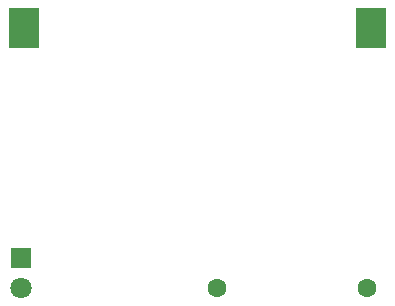
<source format=gbr>
%TF.GenerationSoftware,KiCad,Pcbnew,9.0.3*%
%TF.CreationDate,2025-09-02T22:18:53+02:00*%
%TF.ProjectId,digital_organ,64696769-7461-46c5-9f6f-7267616e2e6b,0*%
%TF.SameCoordinates,Original*%
%TF.FileFunction,Soldermask,Bot*%
%TF.FilePolarity,Negative*%
%FSLAX46Y46*%
G04 Gerber Fmt 4.6, Leading zero omitted, Abs format (unit mm)*
G04 Created by KiCad (PCBNEW 9.0.3) date 2025-09-02 22:18:53*
%MOMM*%
%LPD*%
G01*
G04 APERTURE LIST*
%ADD10C,1.600000*%
%ADD11R,1.800000X1.800000*%
%ADD12C,1.800000*%
%ADD13R,2.540000X3.510000*%
G04 APERTURE END LIST*
D10*
%TO.C,R1*%
X171350000Y-109000000D03*
X158650000Y-109000000D03*
%TD*%
D11*
%TO.C,D1*%
X142000000Y-106460000D03*
D12*
X142000000Y-109000000D03*
%TD*%
D13*
%TO.C,BT1*%
X171680000Y-87000000D03*
X142320000Y-87000000D03*
%TD*%
M02*

</source>
